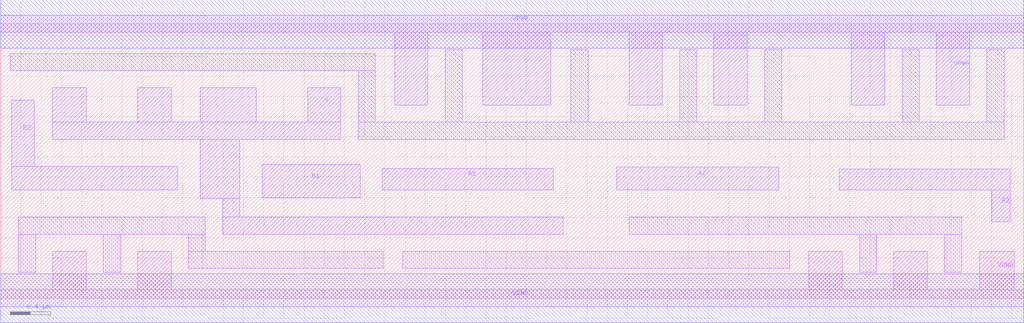
<source format=lef>
# Copyright 2020 The SkyWater PDK Authors
#
# Licensed under the Apache License, Version 2.0 (the "License");
# you may not use this file except in compliance with the License.
# You may obtain a copy of the License at
#
#     https://www.apache.org/licenses/LICENSE-2.0
#
# Unless required by applicable law or agreed to in writing, software
# distributed under the License is distributed on an "AS IS" BASIS,
# WITHOUT WARRANTIES OR CONDITIONS OF ANY KIND, either express or implied.
# See the License for the specific language governing permissions and
# limitations under the License.
#
# SPDX-License-Identifier: Apache-2.0

VERSION 5.5 ;
NAMESCASESENSITIVE ON ;
BUSBITCHARS "[]" ;
DIVIDERCHAR "/" ;
MACRO sky130_fd_sc_hd__a32oi_4
  CLASS CORE ;
  SOURCE USER ;
  ORIGIN  0.000000  0.000000 ;
  SIZE  10.12000 BY  2.720000 ;
  SYMMETRY X Y R90 ;
  SITE unithd ;
  PIN A1
    ANTENNAGATEAREA  0.990000 ;
    DIRECTION INPUT ;
    USE SIGNAL ;
    PORT
      LAYER li1 ;
        RECT 3.775000 1.075000 5.465000 1.285000 ;
    END
  END A1
  PIN A2
    ANTENNAGATEAREA  0.990000 ;
    DIRECTION INPUT ;
    USE SIGNAL ;
    PORT
      LAYER li1 ;
        RECT 6.095000 1.075000 7.695000 1.300000 ;
    END
  END A2
  PIN A3
    ANTENNAGATEAREA  0.990000 ;
    DIRECTION INPUT ;
    USE SIGNAL ;
    PORT
      LAYER li1 ;
        RECT 8.295000 1.075000 9.985000 1.280000 ;
        RECT 9.805000 0.755000 9.985000 1.075000 ;
    END
  END A3
  PIN B1
    ANTENNAGATEAREA  0.990000 ;
    DIRECTION INPUT ;
    USE SIGNAL ;
    PORT
      LAYER li1 ;
        RECT 2.585000 0.995000 3.555000 1.325000 ;
    END
  END B1
  PIN B2
    ANTENNAGATEAREA  0.990000 ;
    DIRECTION INPUT ;
    USE SIGNAL ;
    PORT
      LAYER li1 ;
        RECT 0.110000 1.075000 1.750000 1.305000 ;
        RECT 0.110000 1.305000 0.330000 1.965000 ;
    END
  END B2
  PIN Y
    ANTENNADIFFAREA  1.782000 ;
    DIRECTION OUTPUT ;
    USE SIGNAL ;
    PORT
      LAYER li1 ;
        RECT 0.515000 1.575000 3.365000 1.745000 ;
        RECT 0.515000 1.745000 0.845000 2.085000 ;
        RECT 1.355000 1.745000 1.685000 2.085000 ;
        RECT 1.975000 0.990000 2.365000 1.575000 ;
        RECT 1.975000 1.745000 2.525000 2.085000 ;
        RECT 2.195000 0.635000 5.565000 0.805000 ;
        RECT 2.195000 0.805000 2.365000 0.990000 ;
        RECT 3.035000 1.745000 3.365000 2.085000 ;
    END
  END Y
  PIN VGND
    DIRECTION INOUT ;
    SHAPE ABUTMENT ;
    USE GROUND ;
    PORT
      LAYER li1 ;
        RECT 0.000000 -0.085000 10.120000 0.085000 ;
        RECT 0.515000  0.085000  0.845000 0.465000 ;
        RECT 1.355000  0.085000  1.685000 0.465000 ;
        RECT 7.995000  0.085000  8.325000 0.465000 ;
        RECT 8.835000  0.085000  9.165000 0.465000 ;
        RECT 9.685000  0.085000 10.025000 0.465000 ;
    END
    PORT
      LAYER met1 ;
        RECT 0.000000 -0.240000 10.120000 0.240000 ;
    END
  END VGND
  PIN VPWR
    DIRECTION INOUT ;
    SHAPE ABUTMENT ;
    USE POWER ;
    PORT
      LAYER li1 ;
        RECT 0.000000 2.635000 10.120000 2.805000 ;
        RECT 3.895000 1.915000  4.225000 2.635000 ;
        RECT 4.770000 1.915000  5.440000 2.635000 ;
        RECT 6.215000 1.915000  6.545000 2.635000 ;
        RECT 7.055000 1.915000  7.385000 2.635000 ;
        RECT 8.415000 1.915000  8.745000 2.635000 ;
        RECT 9.255000 1.915000  9.585000 2.635000 ;
    END
    PORT
      LAYER met1 ;
        RECT 0.000000 2.480000 10.120000 2.960000 ;
    END
  END VPWR
  OBS
    LAYER li1 ;
      RECT 0.095000 2.255000 3.705000 2.425000 ;
      RECT 0.175000 0.255000 0.345000 0.635000 ;
      RECT 0.175000 0.635000 2.025000 0.805000 ;
      RECT 1.015000 0.255000 1.185000 0.635000 ;
      RECT 1.855000 0.295000 3.785000 0.465000 ;
      RECT 1.855000 0.465000 2.025000 0.635000 ;
      RECT 3.535000 1.575000 9.925000 1.745000 ;
      RECT 3.535000 1.745000 3.705000 2.255000 ;
      RECT 3.975000 0.295000 7.805000 0.465000 ;
      RECT 4.395000 1.745000 4.565000 2.465000 ;
      RECT 5.640000 1.745000 5.810000 2.465000 ;
      RECT 6.215000 0.635000 9.505000 0.805000 ;
      RECT 6.715000 1.745000 6.885000 2.465000 ;
      RECT 7.555000 1.745000 7.725000 2.465000 ;
      RECT 8.495000 0.255000 8.665000 0.635000 ;
      RECT 8.915000 1.745000 9.085000 2.465000 ;
      RECT 9.335000 0.255000 9.505000 0.635000 ;
      RECT 9.755000 1.745000 9.925000 2.465000 ;
  END
END sky130_fd_sc_hd__a32oi_4
END LIBRARY

</source>
